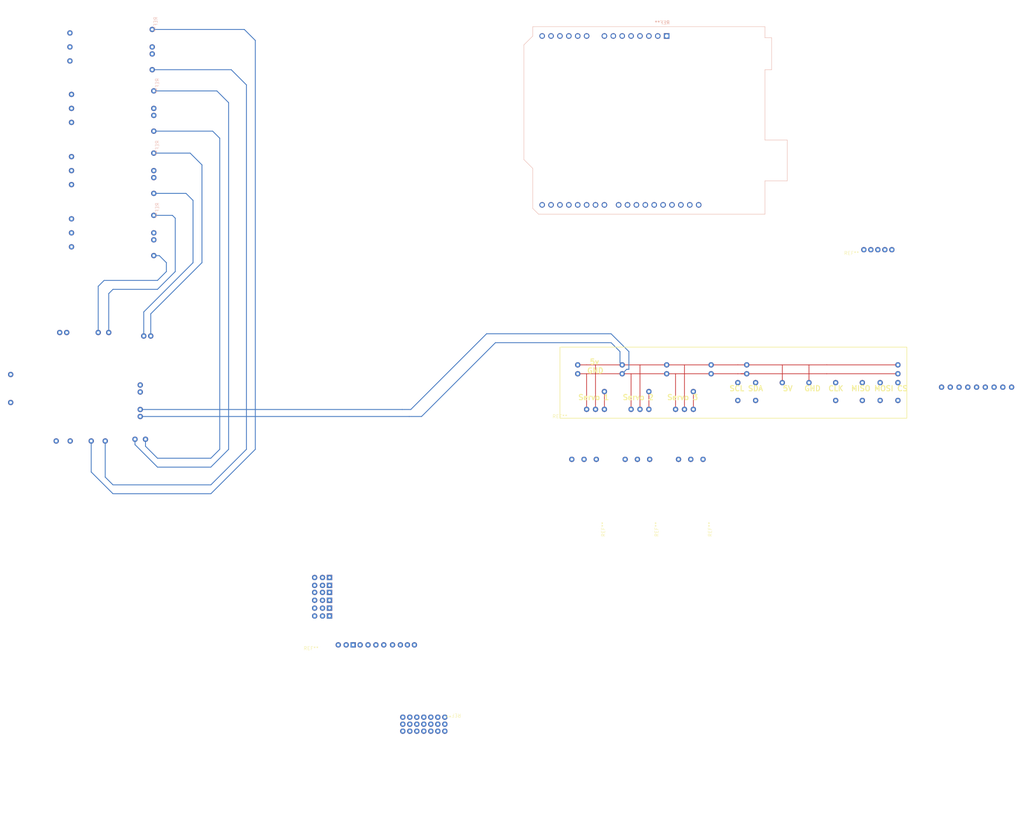
<source format=kicad_pcb>
(kicad_pcb (version 20221018) (generator pcbnew)
  (title_block (title "Multirotor wiring diagram") (rev "v0.1"))
  (layers (0 "F.Cu" power) (1 "In1.Cu" signal) (2 "In2.Cu" signal) (31 "B.Cu" power) (36 "B.SilkS" user "B.Silkscreen") (37 "F.SilkS" user "F.Silkscreen") (38 "B.Mask" user) (39 "F.Mask" user) (44 "Edge.Cuts" user))
  (net 0 "")
  (footprint "Library:PDB" (layer "F.Cu") (at 151.4 149.48 90)
    (fp_text reference "G***" hide)
    (fp_text value "LOGO" hide)
    (pad "1" thru_hole circle (at 13 -46 90) (size 1.524 1.524) (drill 0.762) (layers "*.Cu" "*.Mask"))
    (pad "2" thru_hole circle (at 21 -46 90) (size 1.524 1.524) (drill 0.762) (layers "*.Cu" "*.Mask"))
    (pad "3" thru_hole circle (at 9 -9 90) (size 1.524 1.524) (drill 0.762) (layers "*.Cu" "*.Mask"))
    (pad "4" thru_hole circle (at 11 -9 90) (size 1.524 1.524) (drill 0.762) (layers "*.Cu" "*.Mask"))
    (pad "5" thru_hole circle (at 16 -9 90) (size 1.524 1.524) (drill 0.762) (layers "*.Cu" "*.Mask"))
    (pad "6" thru_hole circle (at 18 -9 90) (size 1.524 1.524) (drill 0.762) (layers "*.Cu" "*.Mask"))
    (pad "7" thru_hole circle (at 33 -32 90) (size 1.524 1.524) (drill 0.762) (layers "*.Cu" "*.Mask"))
    (pad "8" thru_hole circle (at 33 -30 90) (size 1.524 1.524) (drill 0.762) (layers "*.Cu" "*.Mask"))
    (pad "9" thru_hole circle (at 33 -21 90) (size 1.524 1.524) (drill 0.762) (layers "*.Cu" "*.Mask"))
    (pad "10" thru_hole circle (at 33 -18 90) (size 1.524 1.524) (drill 0.762) (layers "*.Cu" "*.Mask"))
    (pad "13" thru_hole circle (at 32 -8 90) (size 1.524 1.524) (drill 0.762) (layers "*.Cu" "*.Mask"))
    (pad "14" thru_hole circle (at 32 -6 90) (size 1.524 1.524) (drill 0.762) (layers "*.Cu" "*.Mask"))
    (pad "15" thru_hole circle (at 2 -33 90) (size 1.524 1.524) (drill 0.762) (layers "*.Cu" "*.Mask"))
    (pad "16" thru_hole circle (at 2 -29 90) (size 1.524 1.524) (drill 0.762) (layers "*.Cu" "*.Mask"))
    (pad "17" thru_hole circle (at 2 -23 90) (size 1.524 1.524) (drill 0.762) (layers "*.Cu" "*.Mask"))
    (pad "18" thru_hole circle (at 2 -19 90) (size 1.524 1.524) (drill 0.762) (layers "*.Cu" "*.Mask"))
    (pad "19" thru_hole circle (at 2.5 -10.5 90) (size 1.524 1.524) (drill 0.762) (layers "*.Cu" "*.Mask"))
    (pad "20" thru_hole circle (at 2.5 -7.5 90) (size 1.524 1.524) (drill 0.762) (layers "*.Cu" "*.Mask"))
  )
  (footprint "Library:reciever" (layer "F.Cu") (at 231.88 225.4 180)
    (fp_text reference "REF**" (at 0 -0.5 180 unlocked) (layer "F.SilkS") (effects (font (thickness 0.1))))
    (fp_text value "Reciever")
    (pad "1" thru_hole circle (at 2.5 -5 180) (size 1.524 1.524) (drill 0.762) (layers "*.Cu" "*.Mask"))
    (pad "1" thru_hole circle (at 4.5 -5 180) (size 1.524 1.524) (drill 0.762) (layers "*.Cu" "*.Mask"))
    (pad "1" thru_hole circle (at 6.5 -5 180) (size 1.524 1.524) (drill 0.762) (layers "*.Cu" "*.Mask"))
    (pad "1" thru_hole circle (at 8.5 -5 180) (size 1.524 1.524) (drill 0.762) (layers "*.Cu" "*.Mask"))
    (pad "1" thru_hole circle (at 10.5 -5 180) (size 1.524 1.524) (drill 0.762) (layers "*.Cu" "*.Mask"))
    (pad "1" thru_hole circle (at 12.5 -5 180) (size 1.524 1.524) (drill 0.762) (layers "*.Cu" "*.Mask"))
    (pad "1" thru_hole circle (at 14.5 -5 180) (size 1.524 1.524) (drill 0.762) (layers "*.Cu" "*.Mask"))
    (pad "2" thru_hole circle (at 2.5 -3 180) (size 1.524 1.524) (drill 0.762) (layers "*.Cu" "*.Mask"))
    (pad "2" thru_hole circle (at 4.5 -3 180) (size 1.524 1.524) (drill 0.762) (layers "*.Cu" "*.Mask"))
    (pad "2" thru_hole circle (at 6.5 -3 180) (size 1.524 1.524) (drill 0.762) (layers "*.Cu" "*.Mask"))
    (pad "2" thru_hole circle (at 8.5 -3 180) (size 1.524 1.524) (drill 0.762) (layers "*.Cu" "*.Mask"))
    (pad "2" thru_hole circle (at 10.5 -3 180) (size 1.524 1.524) (drill 0.762) (layers "*.Cu" "*.Mask"))
    (pad "2" thru_hole circle (at 12.5 -3 180) (size 1.524 1.524) (drill 0.762) (layers "*.Cu" "*.Mask"))
    (pad "2" thru_hole circle (at 14.5 -3 180) (size 1.524 1.524) (drill 0.762) (layers "*.Cu" "*.Mask"))
    (pad "3" thru_hole circle (at 2.5 -1 180) (size 1.524 1.524) (drill 0.762) (layers "*.Cu" "*.Mask"))
    (pad "3" thru_hole circle (at 4.5 -1 180) (size 1.524 1.524) (drill 0.762) (layers "*.Cu" "*.Mask"))
    (pad "3" thru_hole circle (at 6.5 -1 180) (size 1.524 1.524) (drill 0.762) (layers "*.Cu" "*.Mask"))
    (pad "3" thru_hole circle (at 8.5 -1 180) (size 1.524 1.524) (drill 0.762) (layers "*.Cu" "*.Mask"))
    (pad "3" thru_hole circle (at 10.5 -1 180) (size 1.524 1.524) (drill 0.762) (layers "*.Cu" "*.Mask"))
    (pad "3" thru_hole circle (at 12.5 -1 180) (size 1.524 1.524) (drill 0.762) (layers "*.Cu" "*.Mask"))
    (pad "3" thru_hole circle (at 14.5 -1 180) (size 1.524 1.524) (drill 0.762) (layers "*.Cu" "*.Mask"))
  )
  (footprint "Library:servo" (layer "F.Cu") (at 305.62 172.72 90)
    (fp_text reference "REF**" (at 0 -0.5 90 unlocked) (layer "F.SilkS") (effects (font (thickness 0.1))))
    (fp_text value "servo")
    (pad "1" thru_hole circle (at 20 -9.5 90) (size 1.524 1.524) (drill 0.762) (layers "*.Cu" "*.Mask"))
    (pad "2" thru_hole circle (at 20 -6 90) (size 1.524 1.524) (drill 0.762) (layers "*.Cu" "*.Mask"))
    (pad "3" thru_hole circle (at 20 -2.5 90) (size 1.524 1.524) (drill 0.762) (layers "*.Cu" "*.Mask"))
  )
  (footprint "Library:soldered" (layer "F.Cu") (at 262.255 140.97)
    (fp_text reference "REF**" (at 0 -0.5 unlocked) (layer "F.SilkS") (effects (font (thickness 0.1))))
    (fp_text value "soldered")
    (fp_text user "5v" (at 8.382 -15.24 unlocked) (layer "F.SilkS") (effects (font (size 1.5 1.5) (thickness 0.3) bold) (justify left bottom)))
    (fp_text user "GND" (at 7.62 -12.7 unlocked) (layer "F.SilkS") (effects (font (size 1.5 1.5) (thickness 0.3) bold) (justify left bottom)))
    (fp_text user "SCL SDA" (at 48.26 -7.62 unlocked) (layer "F.SilkS") (effects (font (size 1.5 1.5) (thickness 0.3) bold) (justify left bottom)))
    (fp_text user "5V   GND  CLK  MISO MOSI CS" (at 63.5 -7.62 unlocked) (layer "F.SilkS") (effects (font (size 1.5 1.5) (thickness 0.3) bold) (justify left bottom)))
    (fp_text user "Servo 1" (at 5.08 -5.08 unlocked) (layer "F.SilkS") (effects (font (size 1.5 1.5) (thickness 0.3) bold) (justify left bottom)))
    (fp_text user "Servo 3" (at 30.48 -5.08 unlocked) (layer "F.SilkS") (effects (font (size 1.5 1.5) (thickness 0.3) bold) (justify left bottom)))
    (fp_text user "Servo 2" (at 17.78 -5.08 unlocked) (layer "F.SilkS") (effects (font (size 1.5 1.5) (thickness 0.3) bold) (justify left bottom)))
    (fp_line (start 5.08 -15.24) (end 7.62 -15.24) (stroke (width 0.2)) (layer "F.Cu"))
    (fp_line (start 5.08 -12.7) (end 7.62 -12.7) (stroke (width 0.2)) (layer "F.Cu"))
    (fp_line (start 7.62 -15.24) (end 50.8 -15.24) (stroke (width 0.2)) (layer "F.Cu"))
    (fp_line (start 7.62 -12.7) (end 50.8 -12.7) (stroke (width 0.2)) (layer "F.Cu"))
    (fp_line (start 7.62 -2.54) (end 7.62 -12.7) (stroke (width 0.2)) (layer "F.Cu"))
    (fp_line (start 10.16 -2.54) (end 10.16 -15.24) (stroke (width 0.2)) (layer "F.Cu"))
    (fp_line (start 12.7 -7.62) (end 12.7 -2.54) (stroke (width 0.2)) (layer "F.Cu"))
    (fp_line (start 20.32 -12.7) (end 20.32 -2.54) (stroke (width 0.2)) (layer "F.Cu"))
    (fp_line (start 22.86 -3.302) (end 22.86 -15.24) (stroke (width 0.2)) (layer "F.Cu"))
    (fp_line (start 25.4 -7.62) (end 25.4 -2.54) (stroke (width 0.2)) (layer "F.Cu"))
    (fp_line (start 33.02 -2.54) (end 33.02 -12.7) (stroke (width 0.2)) (layer "F.Cu"))
    (fp_line (start 35.56 -2.54) (end 35.56 -15.24) (stroke (width 0.2)) (layer "F.Cu"))
    (fp_line (start 38.1 -7.62) (end 38.1 -2.54) (stroke (width 0.2)) (layer "F.Cu"))
    (fp_line (start 50.8 -15.24) (end 52.578 -15.24) (stroke (width 0.2)) (layer "F.Cu"))
    (fp_line (start 50.8 -12.7) (end 52.578 -12.7) (stroke (width 0.2)) (layer "F.Cu"))
    (fp_line (start 51.689 -12.7) (end 76.2 -12.7) (stroke (width 0.2)) (layer "F.Cu"))
    (fp_line (start 53.34 -15.24) (end 76.2 -15.24) (stroke (width 0.2)) (layer "F.Cu"))
    (fp_line (start 63.5 -10.16) (end 63.5 -15.24) (stroke (width 0.2)) (layer "F.Cu"))
    (fp_line (start 71.12 -10.16) (end 71.12 -15.24) (stroke (width 0.2)) (layer "F.Cu"))
    (fp_line (start 76.2 -15.24) (end 96.52 -15.24) (stroke (width 0.2)) (layer "F.Cu"))
    (fp_line (start 76.2 -12.7) (end 96.52 -12.7) (stroke (width 0.2)) (layer "F.Cu"))
    (fp_rect (start 0 -20.32) (end 99.06 0) (stroke (width 0.2)) (fill none) (layer "F.SilkS"))
    (pad "1" thru_hole circle (at 12.7 -7.62) (size 1.524 1.524) (drill 0.762) (layers "*.Cu" "*.Mask"))
    (pad "2" thru_hole circle (at 7.62 -2.54) (size 1.524 1.524) (drill 0.762) (layers "*.Cu" "*.Mask"))
    (pad "3" thru_hole circle (at 10.16 -2.54) (size 1.524 1.524) (drill 0.762) (layers "*.Cu" "*.Mask"))
    (pad "4" thru_hole circle (at 12.7 -2.54) (size 1.524 1.524) (drill 0.762) (layers "*.Cu" "*.Mask"))
    (pad "5" thru_hole circle (at 5.08 -12.7) (size 1.524 1.524) (drill 0.762) (layers "*.Cu" "*.Mask"))
    (pad "6" thru_hole circle (at 5.08 -15.24) (size 1.524 1.524) (drill 0.762) (layers "*.Cu" "*.Mask"))
    (pad "7" thru_hole circle (at 20.32 -2.54) (size 1.524 1.524) (drill 0.762) (layers "*.Cu" "*.Mask"))
    (pad "8" thru_hole circle (at 22.86 -2.54) (size 1.524 1.524) (drill 0.762) (layers "*.Cu" "*.Mask"))
    (pad "9" thru_hole circle (at 25.4 -2.54) (size 1.524 1.524) (drill 0.762) (layers "*.Cu" "*.Mask"))
    (pad "10" thru_hole circle (at 25.4 -7.62) (size 1.524 1.524) (drill 0.762) (layers "*.Cu" "*.Mask"))
    (pad "11" thru_hole circle (at 17.78 -15.24) (size 1.524 1.524) (drill 0.762) (layers "*.Cu" "*.Mask"))
    (pad "12" thru_hole circle (at 17.78 -12.7) (size 1.524 1.524) (drill 0.762) (layers "*.Cu" "*.Mask"))
    (pad "13" thru_hole circle (at 30.48 -12.7) (size 1.524 1.524) (drill 0.762) (layers "*.Cu" "*.Mask"))
    (pad "14" thru_hole circle (at 30.48 -15.24) (size 1.524 1.524) (drill 0.762) (layers "*.Cu" "*.Mask"))
    (pad "15" thru_hole circle (at 33.02 -2.54) (size 1.524 1.524) (drill 0.762) (layers "*.Cu" "*.Mask"))
    (pad "16" thru_hole circle (at 35.56 -2.54) (size 1.524 1.524) (drill 0.762) (layers "*.Cu" "*.Mask"))
    (pad "17" thru_hole circle (at 38.1 -2.54) (size 1.524 1.524) (drill 0.762) (layers "*.Cu" "*.Mask"))
    (pad "18" thru_hole circle (at 38.1 -7.62) (size 1.524 1.524) (drill 0.762) (layers "*.Cu" "*.Mask"))
    (pad "19" thru_hole circle (at 43.18 -15.24) (size 1.524 1.524) (drill 0.762) (layers "*.Cu" "*.Mask"))
    (pad "20" thru_hole circle (at 43.18 -12.7) (size 1.524 1.524) (drill 0.762) (layers "*.Cu" "*.Mask"))
    (pad "21" thru_hole circle (at 53.34 -15.24) (size 1.524 1.524) (drill 0.762) (layers "*.Cu" "*.Mask"))
    (pad "22" thru_hole circle (at 53.34 -12.7) (size 1.524 1.524) (drill 0.762) (layers "*.Cu" "*.Mask"))
    (pad "23" thru_hole circle (at 50.8 -10.16) (size 1.524 1.524) (drill 0.762) (layers "*.Cu" "*.Mask"))
    (pad "24" thru_hole circle (at 55.88 -10.16) (size 1.524 1.524) (drill 0.762) (layers "*.Cu" "*.Mask"))
    (pad "25" thru_hole circle (at 55.88 -5.08) (size 1.524 1.524) (drill 0.762) (layers "*.Cu" "*.Mask"))
    (pad "26" thru_hole circle (at 50.8 -5.08) (size 1.524 1.524) (drill 0.762) (layers "*.Cu" "*.Mask"))
    (pad "27" thru_hole circle (at 78.74 -5.08) (size 1.524 1.524) (drill 0.762) (layers "*.Cu" "*.Mask"))
    (pad "28" thru_hole circle (at 86.36 -5.08) (size 1.524 1.524) (drill 0.762) (layers "*.Cu" "*.Mask"))
    (pad "29" thru_hole circle (at 91.44 -5.08) (size 1.524 1.524) (drill 0.762) (layers "*.Cu" "*.Mask"))
    (pad "30" thru_hole circle (at 96.52 -5.08) (size 1.524 1.524) (drill 0.762) (layers "*.Cu" "*.Mask"))
    (pad "31" thru_hole circle (at 78.74 -10.16) (size 1.524 1.524) (drill 0.762) (layers "*.Cu" "*.Mask"))
    (pad "32" thru_hole circle (at 86.36 -10.16) (size 1.524 1.524) (drill 0.762) (layers "*.Cu" "*.Mask"))
    (pad "33" thru_hole circle (at 91.44 -10.16) (size 1.524 1.524) (drill 0.762) (layers "*.Cu" "*.Mask"))
    (pad "34" thru_hole circle (at 96.52 -10.16) (size 1.524 1.524) (drill 0.762) (layers "*.Cu" "*.Mask"))
    (pad "35" thru_hole circle (at 96.52 -15.24) (size 1.524 1.524) (drill 0.762) (layers "*.Cu" "*.Mask"))
    (pad "36" thru_hole circle (at 96.52 -12.7) (size 1.524 1.524) (drill 0.762) (layers "*.Cu" "*.Mask"))
    (pad "37" thru_hole circle (at 71.12 -10.16) (size 1.524 1.524) (drill 0.762) (layers "*.Cu" "*.Mask"))
    (pad "38" thru_hole circle (at 63.5 -10.16) (size 1.524 1.524) (drill 0.762) (layers "*.Cu" "*.Mask"))
  )
  (footprint "Library:flight controller" (layer "F.Cu") (at 191.2 207.24)
    (fp_text reference "REF**" (at 0 -0.5 unlocked) (layer "F.SilkS") (effects (font (thickness 0.1))))
    (fp_text value "flight controller")
    (pad "7" thru_hole rect (at 5.25 -20.75) (size 1.524 1.524) (drill 0.762) (layers "*.Cu" "*.Mask"))
    (pad "7" thru_hole rect (at 5.25 -18.5) (size 1.524 1.524) (drill 0.762) (layers "*.Cu" "*.Mask"))
    (pad "7" thru_hole rect (at 5.25 -16.5) (size 1.524 1.524) (drill 0.762) (layers "*.Cu" "*.Mask"))
    (pad "7" thru_hole rect (at 5.25 -14.25) (size 1.524 1.524) (drill 0.762) (layers "*.Cu" "*.Mask"))
    (pad "7" thru_hole rect (at 5.25 -12) (size 1.524 1.524) (drill 0.762) (layers "*.Cu" "*.Mask"))
    (pad "7" thru_hole rect (at 5.25 -9.75) (size 1.524 1.524) (drill 0.762) (layers "*.Cu" "*.Mask"))
    (pad "7" thru_hole rect (at 12 -1.5) (size 1.524 1.524) (drill 0.762) (layers "*.Cu" "*.Mask"))
    (pad "8" thru_hole circle (at 3.25 -20.75) (size 1.524 1.524) (drill 0.762) (layers "*.Cu" "*.Mask"))
    (pad "8" thru_hole circle (at 3.25 -18.5) (size 1.524 1.524) (drill 0.762) (layers "*.Cu" "*.Mask"))
    (pad "8" thru_hole circle (at 3.25 -16.5) (size 1.524 1.524) (drill 0.762) (layers "*.Cu" "*.Mask"))
    (pad "8" thru_hole circle (at 3.25 -14.25) (size 1.524 1.524) (drill 0.762) (layers "*.Cu" "*.Mask"))
    (pad "8" thru_hole circle (at 3.25 -12) (size 1.524 1.524) (drill 0.762) (layers "*.Cu" "*.Mask"))
    (pad "8" thru_hole circle (at 3.25 -9.75) (size 1.524 1.524) (drill 0.762) (layers "*.Cu" "*.Mask"))
    (pad "8" thru_hole circle (at 10 -1.5) (size 1.524 1.524) (drill 0.762) (layers "*.Cu" "*.Mask"))
    (pad "9" thru_hole circle (at 1 -20.75) (size 1.524 1.524) (drill 0.762) (layers "*.Cu" "*.Mask"))
    (pad "9" thru_hole circle (at 1 -18.5) (size 1.524 1.524) (drill 0.762) (layers "*.Cu" "*.Mask"))
    (pad "9" thru_hole circle (at 1 -16.5) (size 1.524 1.524) (drill 0.762) (layers "*.Cu" "*.Mask"))
    (pad "9" thru_hole circle (at 1 -14.25) (size 1.524 1.524) (drill 0.762) (layers "*.Cu" "*.Mask"))
    (pad "9" thru_hole circle (at 1 -12) (size 1.524 1.524) (drill 0.762) (layers "*.Cu" "*.Mask"))
    (pad "9" thru_hole circle (at 1 -9.75) (size 1.524 1.524) (drill 0.762) (layers "*.Cu" "*.Mask"))
    (pad "9" thru_hole circle (at 7.75 -1.5) (size 1.524 1.524) (drill 0.762) (layers "*.Cu" "*.Mask"))
    (pad "11" thru_hole circle (at 14 -1.5) (size 1.524 1.524) (drill 0.762) (layers "*.Cu" "*.Mask"))
    (pad "12" thru_hole circle (at 16.25 -1.5) (size 1.524 1.524) (drill 0.762) (layers "*.Cu" "*.Mask"))
    (pad "13" thru_hole circle (at 18.5 -1.5) (size 1.524 1.524) (drill 0.762) (layers "*.Cu" "*.Mask"))
    (pad "15" thru_hole circle (at 20.75 -1.5) (size 1.524 1.524) (drill 0.762) (layers "*.Cu" "*.Mask"))
    (pad "16" thru_hole circle (at 23.25 -1.5) (size 1.524 1.524) (drill 0.762) (layers "*.Cu" "*.Mask"))
    (pad "17" thru_hole circle (at 25.5 -1.5) (size 1.524 1.524) (drill 0.762) (layers "*.Cu" "*.Mask"))
    (pad "18" thru_hole circle (at 27.5 -1.5) (size 1.524 1.524) (drill 0.762) (layers "*.Cu" "*.Mask"))
    (pad "20" thru_hole circle (at 29.5 -1.5) (size 1.524 1.524) (drill 0.762) (layers "*.Cu" "*.Mask"))
  )
  (footprint "Library:servo" (layer "F.Cu") (at 290.38 172.72 90)
    (fp_text reference "REF**" (at 0 -0.5 90 unlocked) (layer "F.SilkS") (effects (font (thickness 0.1))))
    (fp_text value "servo")
    (pad "1" thru_hole circle (at 20 -9.5 90) (size 1.524 1.524) (drill 0.762) (layers "*.Cu" "*.Mask"))
    (pad "2" thru_hole circle (at 20 -6 90) (size 1.524 1.524) (drill 0.762) (layers "*.Cu" "*.Mask"))
    (pad "3" thru_hole circle (at 20 -2.5 90) (size 1.524 1.524) (drill 0.762) (layers "*.Cu" "*.Mask"))
  )
  (footprint "Library:servo" (layer "F.Cu") (at 275.14 172.72 90)
    (fp_text reference "REF**" (at 0 -0.5 90 unlocked) (layer "F.SilkS") (effects (font (thickness 0.1))))
    (fp_text value "servo")
    (pad "1" thru_hole circle (at 20 -9.5 90) (size 1.524 1.524) (drill 0.762) (layers "*.Cu" "*.Mask"))
    (pad "2" thru_hole circle (at 20 -6 90) (size 1.524 1.524) (drill 0.762) (layers "*.Cu" "*.Mask"))
    (pad "3" thru_hole circle (at 20 -2.5 90) (size 1.524 1.524) (drill 0.762) (layers "*.Cu" "*.Mask"))
  )
  (footprint "Library:MPU 6050" (layer "F.Cu") (at 345.545 94.32)
    (fp_text reference "REF**" (at 0 -0.5 unlocked) (layer "F.SilkS") (effects (font (thickness 0.1))))
    (fp_text value "MPU 6050")
    (pad "1" thru_hole circle (at 3.5 -1.5) (size 1.524 1.524) (drill 0.762) (layers "*.Cu" "*.Mask"))
    (pad "2" thru_hole circle (at 5.5 -1.5) (size 1.524 1.524) (drill 0.762) (layers "*.Cu" "*.Mask"))
    (pad "3" thru_hole circle (at 7.5 -1.5) (size 1.524 1.524) (drill 0.762) (layers "*.Cu" "*.Mask"))
    (pad "4" thru_hole circle (at 9.5 -1.5) (size 1.524 1.524) (drill 0.762) (layers "*.Cu" "*.Mask"))
    (pad "5" thru_hole circle (at 11.5 -1.5) (size 1.524 1.524) (drill 0.762) (layers "*.Cu" "*.Mask"))
  )
  (footprint "Library:SD breakout board" (layer "F.Cu") (at 368.735 105.0973 180)
    (fp_text reference "REF**" hide)
    (fp_text value "SD breakout board")
    (pad "6" thru_hole circle (at -2.5 -27 180) (size 1.524 1.524) (drill 0.762) (layers "*.Cu" "*.Mask"))
    (pad "7" thru_hole circle (at -5 -27 180) (size 1.524 1.524) (drill 0.762) (layers "*.Cu" "*.Mask"))
    (pad "8" thru_hole circle (at -7.5 -27 180) (size 1.524 1.524) (drill 0.762) (layers "*.Cu" "*.Mask"))
    (pad "9" thru_hole circle (at -10 -27 180) (size 1.524 1.524) (drill 0.762) (layers "*.Cu" "*.Mask"))
    (pad "10" thru_hole circle (at -12.5 -27 180) (size 1.524 1.524) (drill 0.762) (layers "*.Cu" "*.Mask"))
    (pad "11" thru_hole circle (at -15 -27 180) (size 1.524 1.524) (drill 0.762) (layers "*.Cu" "*.Mask"))
    (pad "12" thru_hole circle (at -17.5 -27 180) (size 1.524 1.524) (drill 0.762) (layers "*.Cu" "*.Mask"))
    (pad "13" thru_hole circle (at -20 -27 180) (size 1.524 1.524) (drill 0.762) (layers "*.Cu" "*.Mask"))
    (pad "14" thru_hole circle (at -22.5 -27 180) (size 1.524 1.524) (drill 0.762) (layers "*.Cu" "*.Mask"))
  )
  (footprint "Library:ESC" (layer "B.Cu") (at 147.77 81.5 -90)
    (fp_text reference "REF**" (at 0 0.5 90 unlocked) (layer "B.SilkS") (effects (font (thickness 0.1)) (justify mirror)))
    (fp_text value "ESC")
    (pad "1" thru_hole circle (at 1.5 1.5 270) (size 1.524 1.524) (drill 0.762) (layers "*.Cu" "*.Mask"))
    (pad "2" thru_hole circle (at 13 1.5 270) (size 1.524 1.524) (drill 0.762) (layers "*.Cu" "*.Mask"))
    (pad "3" thru_hole circle (at 6.5 1.5 270) (size 1.524 1.524) (drill 0.762) (layers "*.Cu" "*.Mask"))
    (pad "4" thru_hole circle (at 8.5 1.5 270) (size 1.524 1.524) (drill 0.762) (layers "*.Cu" "*.Mask"))
    (pad "5" thru_hole circle (at 2.5 25 270) (size 1.524 1.524) (drill 0.762) (layers "*.Cu" "*.Mask"))
    (pad "7" thru_hole circle (at 6.5 25 270) (size 1.524 1.524) (drill 0.762) (layers "*.Cu" "*.Mask"))
    (pad "8" thru_hole circle (at 10.5 25 270) (size 1.524 1.524) (drill 0.762) (layers "*.Cu" "*.Mask"))
  )
  (footprint "Module:Arduino_UNO_R3" (layer "B.Cu") (at 292.735 31.75 180)
    (fp_text reference "REF**" (at 1.27 3.81) (layer "B.SilkS") (effects (justify mirror)))
    (fp_text value "Arduino_UNO_R3")
    (fp_line (start -34.42 -41.4) (end -28.07 -41.4) (stroke (width 0.12)) (layer "B.SilkS"))
    (fp_line (start -34.42 -29.72) (end -34.42 -41.4) (stroke (width 0.12)) (layer "B.SilkS"))
    (fp_line (start -29.97 -9.65) (end -28.07 -9.65) (stroke (width 0.12)) (layer "B.SilkS"))
    (fp_line (start -29.97 -0.51) (end -29.97 -9.65) (stroke (width 0.12)) (layer "B.SilkS"))
    (fp_line (start -28.07 -50.93) (end 36.58 -50.93) (stroke (width 0.12)) (layer "B.SilkS"))
    (fp_line (start -28.07 -41.4) (end -28.07 -50.93) (stroke (width 0.12)) (layer "B.SilkS"))
    (fp_line (start -28.07 -29.72) (end -34.42 -29.72) (stroke (width 0.12)) (layer "B.SilkS"))
    (fp_line (start -28.07 -9.65) (end -28.07 -29.72) (stroke (width 0.12)) (layer "B.SilkS"))
    (fp_line (start -28.07 -0.51) (end -29.97 -0.51) (stroke (width 0.12)) (layer "B.SilkS"))
    (fp_line (start -28.07 2.67) (end -28.07 -0.51) (stroke (width 0.12)) (layer "B.SilkS"))
    (fp_line (start 36.58 -50.93) (end 38.23 -49.28) (stroke (width 0.12)) (layer "B.SilkS"))
    (fp_line (start 38.23 -49.28) (end 38.23 -37.85) (stroke (width 0.12)) (layer "B.SilkS"))
    (fp_line (start 38.23 -37.85) (end 40.77 -35.31) (stroke (width 0.12)) (layer "B.SilkS"))
    (fp_line (start 38.23 0) (end 38.23 2.67) (stroke (width 0.12)) (layer "B.SilkS"))
    (fp_line (start 38.23 2.67) (end -28.07 2.67) (stroke (width 0.12)) (layer "B.SilkS"))
    (fp_line (start 40.77 -35.31) (end 40.77 -2.54) (stroke (width 0.12)) (layer "B.SilkS"))
    (fp_line (start 40.77 -2.54) (end 38.23 0) (stroke (width 0.12)) (layer "B.SilkS"))
    (pad "1" thru_hole rect (at 0 0 90) (size 1.6 1.6) (drill 1) (layers "*.Cu" "*.Mask"))
    (pad "2" thru_hole oval (at 2.54 0 90) (size 1.6 1.6) (drill 1) (layers "*.Cu" "*.Mask"))
    (pad "3" thru_hole oval (at 5.08 0 90) (size 1.6 1.6) (drill 1) (layers "*.Cu" "*.Mask"))
    (pad "4" thru_hole oval (at 7.62 0 90) (size 1.6 1.6) (drill 1) (layers "*.Cu" "*.Mask"))
    (pad "5" thru_hole oval (at 10.16 0 90) (size 1.6 1.6) (drill 1) (layers "*.Cu" "*.Mask"))
    (pad "6" thru_hole oval (at 12.7 0 90) (size 1.6 1.6) (drill 1) (layers "*.Cu" "*.Mask"))
    (pad "7" thru_hole oval (at 15.24 0 90) (size 1.6 1.6) (drill 1) (layers "*.Cu" "*.Mask"))
    (pad "8" thru_hole oval (at 17.78 0 90) (size 1.6 1.6) (drill 1) (layers "*.Cu" "*.Mask"))
    (pad "9" thru_hole oval (at 22.86 0 90) (size 1.6 1.6) (drill 1) (layers "*.Cu" "*.Mask"))
    (pad "10" thru_hole oval (at 25.4 0 90) (size 1.6 1.6) (drill 1) (layers "*.Cu" "*.Mask"))
    (pad "11" thru_hole oval (at 27.94 0 90) (size 1.6 1.6) (drill 1) (layers "*.Cu" "*.Mask"))
    (pad "12" thru_hole oval (at 30.48 0 90) (size 1.6 1.6) (drill 1) (layers "*.Cu" "*.Mask"))
    (pad "13" thru_hole oval (at 33.02 0 90) (size 1.6 1.6) (drill 1) (layers "*.Cu" "*.Mask"))
    (pad "14" thru_hole oval (at 35.56 0 90) (size 1.6 1.6) (drill 1) (layers "*.Cu" "*.Mask"))
    (pad "15" thru_hole oval (at 35.56 -48.26 90) (size 1.6 1.6) (drill 1) (layers "*.Cu" "*.Mask"))
    (pad "16" thru_hole oval (at 33.02 -48.26 90) (size 1.6 1.6) (drill 1) (layers "*.Cu" "*.Mask"))
    (pad "17" thru_hole oval (at 30.48 -48.26 90) (size 1.6 1.6) (drill 1) (layers "*.Cu" "*.Mask"))
    (pad "18" thru_hole oval (at 27.94 -48.26 90) (size 1.6 1.6) (drill 1) (layers "*.Cu" "*.Mask"))
    (pad "19" thru_hole oval (at 25.4 -48.26 90) (size 1.6 1.6) (drill 1) (layers "*.Cu" "*.Mask"))
    (pad "20" thru_hole oval (at 22.86 -48.26 90) (size 1.6 1.6) (drill 1) (layers "*.Cu" "*.Mask"))
    (pad "21" thru_hole oval (at 20.32 -48.26 90) (size 1.6 1.6) (drill 1) (layers "*.Cu" "*.Mask"))
    (pad "22" thru_hole oval (at 17.78 -48.26 90) (size 1.6 1.6) (drill 1) (layers "*.Cu" "*.Mask"))
    (pad "23" thru_hole oval (at 13.72 -48.26 90) (size 1.6 1.6) (drill 1) (layers "*.Cu" "*.Mask"))
    (pad "24" thru_hole oval (at 11.18 -48.26 90) (size 1.6 1.6) (drill 1) (layers "*.Cu" "*.Mask"))
    (pad "25" thru_hole oval (at 8.64 -48.26 90) (size 1.6 1.6) (drill 1) (layers "*.Cu" "*.Mask"))
    (pad "26" thru_hole oval (at 6.1 -48.26 90) (size 1.6 1.6) (drill 1) (layers "*.Cu" "*.Mask"))
    (pad "27" thru_hole oval (at 3.56 -48.26 90) (size 1.6 1.6) (drill 1) (layers "*.Cu" "*.Mask"))
    (pad "28" thru_hole oval (at 1.02 -48.26 90) (size 1.6 1.6) (drill 1) (layers "*.Cu" "*.Mask"))
    (pad "29" thru_hole oval (at -1.52 -48.26 90) (size 1.6 1.6) (drill 1) (layers "*.Cu" "*.Mask"))
    (pad "30" thru_hole oval (at -4.06 -48.26 90) (size 1.6 1.6) (drill 1) (layers "*.Cu" "*.Mask"))
    (pad "31" thru_hole oval (at -6.6 -48.26 90) (size 1.6 1.6) (drill 1) (layers "*.Cu" "*.Mask"))
    (pad "32" thru_hole oval (at -9.14 -48.26 90) (size 1.6 1.6) (drill 1) (layers "*.Cu" "*.Mask"))
  )
  (footprint "Library:ESC" (layer "B.Cu") (at 147.77 63.72 -90)
    (fp_text reference "REF**" (at 0 0.5 90 unlocked) (layer "B.SilkS") (effects (font (thickness 0.1)) (justify mirror)))
    (fp_text value "ESC")
    (pad "1" thru_hole circle (at 1.5 1.5 270) (size 1.524 1.524) (drill 0.762) (layers "*.Cu" "*.Mask"))
    (pad "2" thru_hole circle (at 13 1.5 270) (size 1.524 1.524) (drill 0.762) (layers "*.Cu" "*.Mask"))
    (pad "3" thru_hole circle (at 6.5 1.5 270) (size 1.524 1.524) (drill 0.762) (layers "*.Cu" "*.Mask"))
    (pad "4" thru_hole circle (at 8.5 1.5 270) (size 1.524 1.524) (drill 0.762) (layers "*.Cu" "*.Mask"))
    (pad "5" thru_hole circle (at 2.5 25 270) (size 1.524 1.524) (drill 0.762) (layers "*.Cu" "*.Mask"))
    (pad "7" thru_hole circle (at 6.5 25 270) (size 1.524 1.524) (drill 0.762) (layers "*.Cu" "*.Mask"))
    (pad "8" thru_hole circle (at 10.5 25 270) (size 1.524 1.524) (drill 0.762) (layers "*.Cu" "*.Mask"))
  )
  (footprint "Library:ESC" (layer "B.Cu") (at 147.77 45.94 -90)
    (fp_text reference "REF**" (at 0 0.5 90 unlocked) (layer "B.SilkS") (effects (font (thickness 0.1)) (justify mirror)))
    (fp_text value "ESC")
    (pad "1" thru_hole circle (at 1.5 1.5 270) (size 1.524 1.524) (drill 0.762) (layers "*.Cu" "*.Mask"))
    (pad "2" thru_hole circle (at 13 1.5 270) (size 1.524 1.524) (drill 0.762) (layers "*.Cu" "*.Mask"))
    (pad "3" thru_hole circle (at 6.5 1.5 270) (size 1.524 1.524) (drill 0.762) (layers "*.Cu" "*.Mask"))
    (pad "4" thru_hole circle (at 8.5 1.5 270) (size 1.524 1.524) (drill 0.762) (layers "*.Cu" "*.Mask"))
    (pad "5" thru_hole circle (at 2.5 25 270) (size 1.524 1.524) (drill 0.762) (layers "*.Cu" "*.Mask"))
    (pad "7" thru_hole circle (at 6.5 25 270) (size 1.524 1.524) (drill 0.762) (layers "*.Cu" "*.Mask"))
    (pad "8" thru_hole circle (at 10.5 25 270) (size 1.524 1.524) (drill 0.762) (layers "*.Cu" "*.Mask"))
  )
  (footprint "Library:ESC" (layer "B.Cu") (at 147.32 28.38 -90)
    (fp_text reference "REF**" (at 0 0.5 90 unlocked) (layer "B.SilkS") (effects (font (thickness 0.1)) (justify mirror)))
    (fp_text value "ESC")
    (pad "1" thru_hole circle (at 1.5 1.5 270) (size 1.524 1.524) (drill 0.762) (layers "*.Cu" "*.Mask"))
    (pad "2" thru_hole circle (at 13 1.5 270) (size 1.524 1.524) (drill 0.762) (layers "*.Cu" "*.Mask"))
    (pad "3" thru_hole circle (at 6.5 1.5 270) (size 1.524 1.524) (drill 0.762) (layers "*.Cu" "*.Mask"))
    (pad "4" thru_hole circle (at 8.5 1.5 270) (size 1.524 1.524) (drill 0.762) (layers "*.Cu" "*.Mask"))
    (pad "5" thru_hole circle (at 2.5 25 270) (size 1.524 1.524) (drill 0.762) (layers "*.Cu" "*.Mask"))
    (pad "7" thru_hole circle (at 6.5 25 270) (size 1.524 1.524) (drill 0.762) (layers "*.Cu" "*.Mask"))
    (pad "8" thru_hole circle (at 10.5 25 270) (size 1.524 1.524) (drill 0.762) (layers "*.Cu" "*.Mask"))
  )
  (segment (start 276.86 119.38) (end 279.4 121.92) (width 0.25) (layer "B.Cu") (net 0))
  (segment (start 281.305 127) (end 281.94 127) (width 0.25) (layer "B.Cu") (net 0))
  (segment (start 145.4 111.14) (end 160.02 96.52) (width 0.25) (layer "B.Cu") (net 0))
  (segment (start 162.56 152.4) (end 165.1 149.86) (width 0.25) (layer "B.Cu") (net 0))
  (segment (start 143.4 110.6) (end 157.48 96.52) (width 0.25) (layer "B.Cu") (net 0))
  (segment (start 130.4 116.48) (end 130.4 103.28) (width 0.25) (layer "B.Cu") (net 0))
  (segment (start 157.48 78.74) (end 155.46 76.72) (width 0.25) (layer "B.Cu") (net 0))
  (segment (start 219.22 140.48) (end 222.74 140.48) (width 0.25) (layer "B.Cu") (net 0))
  (segment (start 279.61 125.305) (end 280.035 125.305) (width 0.25) (layer "B.Cu") (net 0))
  (segment (start 172.72 149.86) (end 172.72 45.72) (width 0.25) (layer "B.Cu") (net 0))
  (segment (start 219.22 140.48) (end 142.4 140.48) (width 0.25) (layer "B.Cu") (net 0))
  (segment (start 276.86 116.84) (end 241.3 116.84) (width 0.25) (layer "B.Cu") (net 0))
  (segment (start 165.1 149.86) (end 165.1 60.96) (width 0.25) (layer "B.Cu") (net 0))
  (segment (start 165.1 60.96) (end 163.08 58.94) (width 0.25) (layer "B.Cu") (net 0))
  (segment (start 140.9 146.98) (end 140.9 148.52) (width 0.25) (layer "B.Cu") (net 0))
  (segment (start 128.4 156.34) (end 134.62 162.56) (width 0.25) (layer "B.Cu") (net 0))
  (segment (start 145.4 117.48) (end 145.4 111.14) (width 0.25) (layer "B.Cu") (net 0))
  (segment (start 143.9 148.98) (end 147.32 152.4) (width 0.25) (layer "B.Cu") (net 0))
  (segment (start 133.4 105.36) (end 134.62 104.14) (width 0.25) (layer "B.Cu") (net 0))
  (segment (start 157.48 96.52) (end 157.48 78.74) (width 0.25) (layer "B.Cu") (net 0))
  (segment (start 140.9 148.52) (end 147.32 154.94) (width 0.25) (layer "B.Cu") (net 0))
  (segment (start 134.62 104.14) (end 147.32 104.14) (width 0.25) (layer "B.Cu") (net 0))
  (segment (start 143.9 146.98) (end 143.9 148.98) (width 0.25) (layer "B.Cu") (net 0))
  (segment (start 147.32 154.94) (end 162.56 154.94) (width 0.25) (layer "B.Cu") (net 0))
  (segment (start 132.4 147.48) (end 132.4 157.8) (width 0.25) (layer "B.Cu") (net 0))
  (segment (start 147.32 152.4) (end 162.56 152.4) (width 0.25) (layer "B.Cu") (net 0))
  (segment (start 167.64 149.86) (end 167.64 50.8) (width 0.25) (layer "B.Cu") (net 0))
  (segment (start 219.66 138.48) (end 217.22 138.48) (width 0.25) (layer "B.Cu") (net 0))
  (segment (start 279.4 121.92) (end 279.4 125.095) (width 0.25) (layer "B.Cu") (net 0))
  (segment (start 155.46 76.72) (end 146.27 76.72) (width 0.25) (layer "B.Cu") (net 0))
  (segment (start 280.035 128.27) (end 281.305 127) (width 0.25) (layer "B.Cu") (net 0))
  (segment (start 134.62 160.02) (end 162.56 160.02) (width 0.25) (layer "B.Cu") (net 0))
  (segment (start 133.4 116.48) (end 133.4 105.36) (width 0.25) (layer "B.Cu") (net 0))
  (segment (start 281.94 121.92) (end 276.86 116.84) (width 0.25) (layer "B.Cu") (net 0))
  (segment (start 160.02 68.58) (end 156.66 65.22) (width 0.25) (layer "B.Cu") (net 0))
  (segment (start 281.94 127) (end 281.94 121.92) (width 0.25) (layer "B.Cu") (net 0))
  (segment (start 222.74 140.48) (end 243.84 119.38) (width 0.25) (layer "B.Cu") (net 0))
  (segment (start 160.02 96.52) (end 160.02 68.58) (width 0.25) (layer "B.Cu") (net 0))
  (segment (start 149.86 96.52) (end 147.84 94.5) (width 0.25) (layer "B.Cu") (net 0))
  (segment (start 132.08 101.6) (end 147.32 101.6) (width 0.25) (layer "B.Cu") (net 0))
  (segment (start 175.26 149.86) (end 175.26 33.02) (width 0.25) (layer "B.Cu") (net 0))
  (segment (start 162.56 154.94) (end 167.64 149.86) (width 0.25) (layer "B.Cu") (net 0))
  (segment (start 162.56 160.02) (end 172.72 149.86) (width 0.25) (layer "B.Cu") (net 0))
  (segment (start 279.4 125.095) (end 279.61 125.305) (width 0.25) (layer "B.Cu") (net 0))
  (segment (start 128.4 147.48) (end 128.4 156.34) (width 0.25) (layer "B.Cu") (net 0))
  (segment (start 134.62 162.56) (end 162.56 162.56) (width 0.25) (layer "B.Cu") (net 0))
  (segment (start 167.64 50.8) (end 164.28 47.44) (width 0.25) (layer "B.Cu") (net 0))
  (segment (start 152.4 83.82) (end 151.58 83) (width 0.25) (layer "B.Cu") (net 0))
  (segment (start 163.08 58.94) (end 146.27 58.94) (width 0.25) (layer "B.Cu") (net 0))
  (segment (start 151.58 83) (end 146.27 83) (width 0.25) (layer "B.Cu") (net 0))
  (segment (start 164.28 47.44) (end 146.27 47.44) (width 0.25) (layer "B.Cu") (net 0))
  (segment (start 162.56 162.56) (end 175.26 149.86) (width 0.25) (layer "B.Cu") (net 0))
  (segment (start 168.38 41.38) (end 145.82 41.38) (width 0.25) (layer "B.Cu") (net 0))
  (segment (start 217.22 138.48) (end 142.4 138.48) (width 0.25) (layer "B.Cu") (net 0))
  (segment (start 130.4 103.28) (end 132.08 101.6) (width 0.25) (layer "B.Cu") (net 0))
  (segment (start 241.3 116.84) (end 219.66 138.48) (width 0.25) (layer "B.Cu") (net 0))
  (segment (start 156.66 65.22) (end 146.27 65.22) (width 0.25) (layer "B.Cu") (net 0))
  (segment (start 243.84 119.38) (end 276.86 119.38) (width 0.25) (layer "B.Cu") (net 0))
  (segment (start 147.32 104.14) (end 152.4 99.06) (width 0.25) (layer "B.Cu") (net 0))
  (segment (start 172.12 29.88) (end 145.82 29.88) (width 0.25) (layer "B.Cu") (net 0))
  (segment (start 147.84 94.5) (end 146.27 94.5) (width 0.25) (layer "B.Cu") (net 0))
  (segment (start 143.4 117.48) (end 143.4 110.6) (width 0.25) (layer "B.Cu") (net 0))
  (segment (start 152.4 99.06) (end 152.4 83.82) (width 0.25) (layer "B.Cu") (net 0))
  (segment (start 149.86 96.52) (end 149.86 99.06) (width 0.25) (layer "B.Cu") (net 0))
  (segment (start 175.26 33.02) (end 172.12 29.88) (width 0.25) (layer "B.Cu") (net 0))
  (segment (start 172.72 45.72) (end 168.38 41.38) (width 0.25) (layer "B.Cu") (net 0))
  (segment (start 147.32 101.6) (end 149.86 99.06) (width 0.25) (layer "B.Cu") (net 0))
  (segment (start 132.4 157.8) (end 134.62 160.02) (width 0.25) (layer "B.Cu") (net 0))
)
</source>
